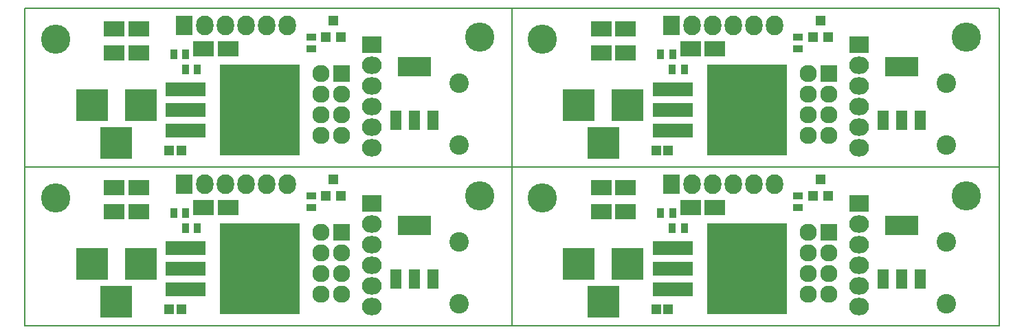
<source format=gbr>
G04 #@! TF.FileFunction,Soldermask,Top*
%FSLAX46Y46*%
G04 Gerber Fmt 4.6, Leading zero omitted, Abs format (unit mm)*
G04 Created by KiCad (PCBNEW (2015-01-16 BZR 5376)-product) date 1/21/2016 3:46:14 PM*
%MOMM*%
G01*
G04 APERTURE LIST*
%ADD10C,0.100000*%
%ADD11C,0.150000*%
%ADD12C,3.600000*%
%ADD13R,2.432000X2.127200*%
%ADD14O,2.432000X2.127200*%
%ADD15R,5.000000X1.790000*%
%ADD16R,9.800000X11.200000*%
%ADD17R,0.900000X1.300000*%
%ADD18R,2.548840X1.901140*%
%ADD19R,4.057600X2.432000*%
%ADD20R,1.416000X2.432000*%
%ADD21C,2.400000*%
%ADD22R,1.300000X0.900000*%
%ADD23R,1.200100X1.200100*%
%ADD24R,2.127200X2.432000*%
%ADD25O,2.127200X2.432000*%
%ADD26R,3.900120X3.900120*%
%ADD27R,1.200000X1.150000*%
%ADD28R,2.127200X2.127200*%
%ADD29O,2.127200X2.127200*%
G04 APERTURE END LIST*
D10*
D11*
X206000000Y-77500000D02*
X206000000Y-77000000D01*
X206000000Y-77000000D02*
X146000000Y-77000000D01*
X146000000Y-77000000D02*
X146000000Y-96500000D01*
X146000000Y-96500000D02*
X206000000Y-96500000D01*
X206000000Y-96500000D02*
X206000000Y-77500000D01*
X206000000Y-116050000D02*
X206000000Y-97050000D01*
X146000000Y-116050000D02*
X206000000Y-116050000D01*
X146000000Y-96550000D02*
X146000000Y-116050000D01*
X206000000Y-96550000D02*
X146000000Y-96550000D01*
X206000000Y-97050000D02*
X206000000Y-96550000D01*
X146000000Y-97050000D02*
X146000000Y-96550000D01*
X146000000Y-96550000D02*
X86000000Y-96550000D01*
X86000000Y-96550000D02*
X86000000Y-116050000D01*
X86000000Y-116050000D02*
X146000000Y-116050000D01*
X146000000Y-116050000D02*
X146000000Y-97050000D01*
X146000000Y-96500000D02*
X146000000Y-77500000D01*
X86000000Y-96500000D02*
X146000000Y-96500000D01*
X86000000Y-77000000D02*
X86000000Y-96500000D01*
X146000000Y-77000000D02*
X86000000Y-77000000D01*
X146000000Y-77500000D02*
X146000000Y-77000000D01*
D12*
X149750000Y-80750000D03*
D13*
X188750000Y-81500000D03*
D14*
X188750000Y-84040000D03*
X188750000Y-86580000D03*
X188750000Y-89120000D03*
X188750000Y-91660000D03*
X188750000Y-94200000D03*
D15*
X165775000Y-89475000D03*
D16*
X174925000Y-89475000D03*
D15*
X165775000Y-92015000D03*
X165775000Y-86935000D03*
D17*
X164300000Y-82675000D03*
X165800000Y-82675000D03*
X165750000Y-84500000D03*
X167250000Y-84500000D03*
D18*
X156998860Y-82500000D03*
X160001140Y-82500000D03*
D19*
X194000000Y-84198000D03*
D20*
X194000000Y-90802000D03*
X196286000Y-90802000D03*
X191714000Y-90802000D03*
D21*
X199500000Y-93799840D03*
X199500000Y-86200160D03*
D22*
X181250000Y-80500000D03*
X181250000Y-82000000D03*
D23*
X183050000Y-80500760D03*
X184950000Y-80500760D03*
X184000000Y-78501780D03*
D24*
X165600000Y-79075000D03*
D25*
X168140000Y-79075000D03*
X170680000Y-79075000D03*
X173220000Y-79075000D03*
X175760000Y-79075000D03*
X178300000Y-79075000D03*
D12*
X202000000Y-80500000D03*
D26*
X160250140Y-88900000D03*
X154250660Y-88900000D03*
X157250400Y-93599000D03*
D18*
X167998860Y-82000000D03*
X171001140Y-82000000D03*
X156998860Y-79500000D03*
X160001140Y-79500000D03*
D27*
X165250000Y-94500000D03*
X163750000Y-94500000D03*
D28*
X185000000Y-85000000D03*
D29*
X182460000Y-85000000D03*
X185000000Y-87540000D03*
X182460000Y-87540000D03*
X185000000Y-90080000D03*
X182460000Y-90080000D03*
X185000000Y-92620000D03*
X182460000Y-92620000D03*
D28*
X185000000Y-104550000D03*
D29*
X182460000Y-104550000D03*
X185000000Y-107090000D03*
X182460000Y-107090000D03*
X185000000Y-109630000D03*
X182460000Y-109630000D03*
X185000000Y-112170000D03*
X182460000Y-112170000D03*
D27*
X165250000Y-114050000D03*
X163750000Y-114050000D03*
D18*
X156998860Y-99050000D03*
X160001140Y-99050000D03*
X167998860Y-101550000D03*
X171001140Y-101550000D03*
D26*
X160250140Y-108450000D03*
X154250660Y-108450000D03*
X157250400Y-113149000D03*
D12*
X202000000Y-100050000D03*
D24*
X165600000Y-98625000D03*
D25*
X168140000Y-98625000D03*
X170680000Y-98625000D03*
X173220000Y-98625000D03*
X175760000Y-98625000D03*
X178300000Y-98625000D03*
D23*
X183050000Y-100050760D03*
X184950000Y-100050760D03*
X184000000Y-98051780D03*
D22*
X181250000Y-100050000D03*
X181250000Y-101550000D03*
D21*
X199500000Y-113349840D03*
X199500000Y-105750160D03*
D19*
X194000000Y-103748000D03*
D20*
X194000000Y-110352000D03*
X196286000Y-110352000D03*
X191714000Y-110352000D03*
D18*
X156998860Y-102050000D03*
X160001140Y-102050000D03*
D17*
X165750000Y-104050000D03*
X167250000Y-104050000D03*
X164300000Y-102225000D03*
X165800000Y-102225000D03*
D15*
X165775000Y-109025000D03*
D16*
X174925000Y-109025000D03*
D15*
X165775000Y-111565000D03*
X165775000Y-106485000D03*
D13*
X188750000Y-101050000D03*
D14*
X188750000Y-103590000D03*
X188750000Y-106130000D03*
X188750000Y-108670000D03*
X188750000Y-111210000D03*
X188750000Y-113750000D03*
D12*
X149750000Y-100300000D03*
X89750000Y-100300000D03*
D13*
X128750000Y-101050000D03*
D14*
X128750000Y-103590000D03*
X128750000Y-106130000D03*
X128750000Y-108670000D03*
X128750000Y-111210000D03*
X128750000Y-113750000D03*
D15*
X105775000Y-109025000D03*
D16*
X114925000Y-109025000D03*
D15*
X105775000Y-111565000D03*
X105775000Y-106485000D03*
D17*
X104300000Y-102225000D03*
X105800000Y-102225000D03*
X105750000Y-104050000D03*
X107250000Y-104050000D03*
D18*
X96998860Y-102050000D03*
X100001140Y-102050000D03*
D19*
X134000000Y-103748000D03*
D20*
X134000000Y-110352000D03*
X136286000Y-110352000D03*
X131714000Y-110352000D03*
D21*
X139500000Y-113349840D03*
X139500000Y-105750160D03*
D22*
X121250000Y-100050000D03*
X121250000Y-101550000D03*
D23*
X123050000Y-100050760D03*
X124950000Y-100050760D03*
X124000000Y-98051780D03*
D24*
X105600000Y-98625000D03*
D25*
X108140000Y-98625000D03*
X110680000Y-98625000D03*
X113220000Y-98625000D03*
X115760000Y-98625000D03*
X118300000Y-98625000D03*
D12*
X142000000Y-100050000D03*
D26*
X100250140Y-108450000D03*
X94250660Y-108450000D03*
X97250400Y-113149000D03*
D18*
X107998860Y-101550000D03*
X111001140Y-101550000D03*
X96998860Y-99050000D03*
X100001140Y-99050000D03*
D27*
X105250000Y-114050000D03*
X103750000Y-114050000D03*
D28*
X125000000Y-104550000D03*
D29*
X122460000Y-104550000D03*
X125000000Y-107090000D03*
X122460000Y-107090000D03*
X125000000Y-109630000D03*
X122460000Y-109630000D03*
X125000000Y-112170000D03*
X122460000Y-112170000D03*
D28*
X125000000Y-85000000D03*
D29*
X122460000Y-85000000D03*
X125000000Y-87540000D03*
X122460000Y-87540000D03*
X125000000Y-90080000D03*
X122460000Y-90080000D03*
X125000000Y-92620000D03*
X122460000Y-92620000D03*
D27*
X105250000Y-94500000D03*
X103750000Y-94500000D03*
D18*
X96998860Y-79500000D03*
X100001140Y-79500000D03*
X107998860Y-82000000D03*
X111001140Y-82000000D03*
D26*
X100250140Y-88900000D03*
X94250660Y-88900000D03*
X97250400Y-93599000D03*
D12*
X142000000Y-80500000D03*
D24*
X105600000Y-79075000D03*
D25*
X108140000Y-79075000D03*
X110680000Y-79075000D03*
X113220000Y-79075000D03*
X115760000Y-79075000D03*
X118300000Y-79075000D03*
D23*
X123050000Y-80500760D03*
X124950000Y-80500760D03*
X124000000Y-78501780D03*
D22*
X121250000Y-80500000D03*
X121250000Y-82000000D03*
D21*
X139500000Y-93799840D03*
X139500000Y-86200160D03*
D19*
X134000000Y-84198000D03*
D20*
X134000000Y-90802000D03*
X136286000Y-90802000D03*
X131714000Y-90802000D03*
D18*
X96998860Y-82500000D03*
X100001140Y-82500000D03*
D17*
X105750000Y-84500000D03*
X107250000Y-84500000D03*
X104300000Y-82675000D03*
X105800000Y-82675000D03*
D15*
X105775000Y-89475000D03*
D16*
X114925000Y-89475000D03*
D15*
X105775000Y-92015000D03*
X105775000Y-86935000D03*
D13*
X128750000Y-81500000D03*
D14*
X128750000Y-84040000D03*
X128750000Y-86580000D03*
X128750000Y-89120000D03*
X128750000Y-91660000D03*
X128750000Y-94200000D03*
D12*
X89750000Y-80750000D03*
M02*

</source>
